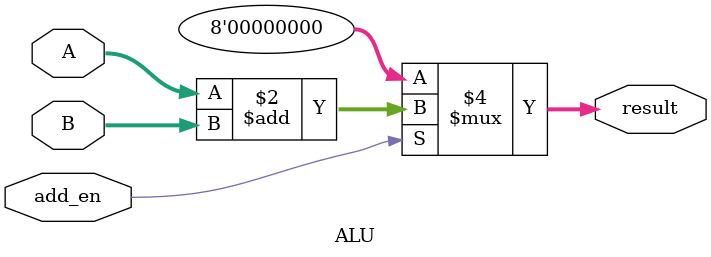
<source format=v>
module ALU(
    input [7:0] A,
    input [7:0] B,
    input add_en,
    output reg [7:0] result
);

always @(*) begin
    if (add_en)
        result = A + B;
    else
        result = 8'b00000000;
end

endmodule

</source>
